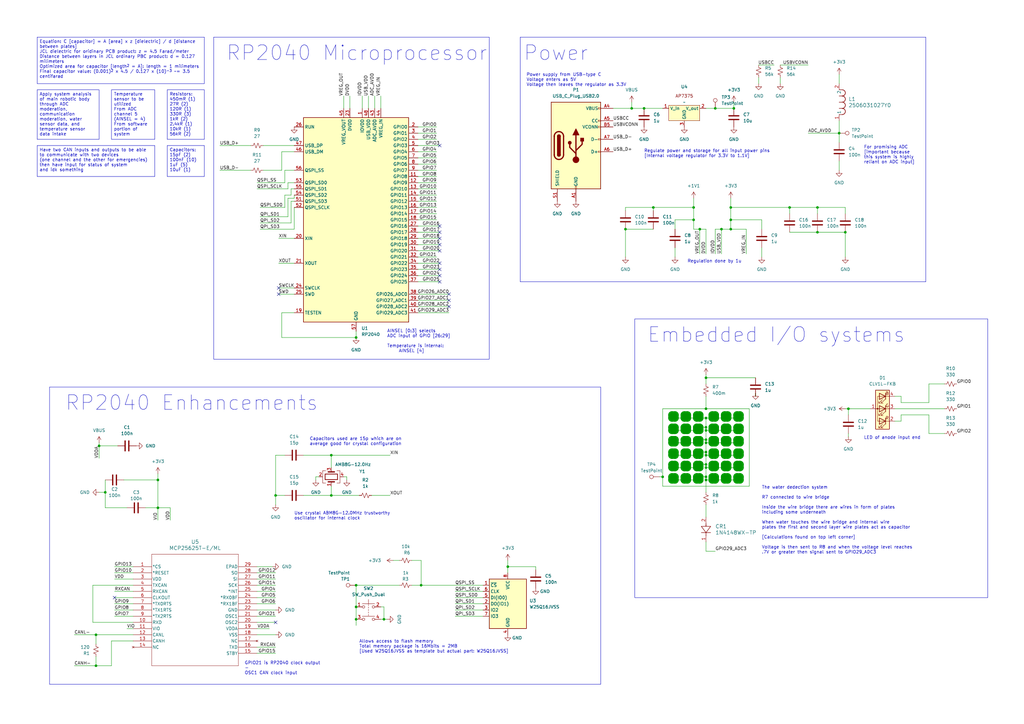
<source format=kicad_sch>
(kicad_sch (version 20230121) (generator eeschema)
  (paper "A3")
  (junction (at 302.26 186.69))
  (junction (at 293.37 44.45))
  (junction (at 281.94 191.77))
  (junction (at 276.86 176.53))
  (junction (at 298.45 196.85))
  (junction (at 292.1 176.53))
  (junction (at 289.56 176.53))
  (junction (at 289.56 154.94))
  (junction (at 276.86 196.85))
  (junction (at 289.56 196.85))
  (junction (at 297.18 196.85))
  (junction (at 276.86 191.77))
  (junction (at 297.18 191.77))
  (junction (at 292.1 171.45))
  (junction (at 293.37 171.45))
  (junction (at 302.26 191.77))
  (junction (at 172.72 240.03))
  (junction (at 289.56 195.58))
  (junction (at 292.1 196.85))
  (junction (at 135.89 186.69))
  (junction (at 281.94 196.85))
  (junction (at 300.99 44.45))
  (junction (at 293.37 176.53))
  (junction (at 146.05 248.92))
  (junction (at 285.75 171.45))
  (junction (at 40.64 182.88))
  (junction (at 64.77 208.28))
  (junction (at 280.67 181.61))
  (junction (at 293.37 196.85))
  (junction (at 297.18 181.61))
  (junction (at 285.75 181.61))
  (junction (at 285.75 191.77))
  (junction (at 302.26 196.85))
  (junction (at 293.37 186.69))
  (junction (at 299.72 85.09))
  (junction (at 287.02 175.26))
  (junction (at 302.26 171.45))
  (junction (at 146.05 240.03))
  (junction (at 284.48 85.09))
  (junction (at 280.67 176.53))
  (junction (at 289.56 191.77))
  (junction (at 146.05 254))
  (junction (at 302.26 181.61))
  (junction (at 295.91 93.98))
  (junction (at 298.45 181.61))
  (junction (at 276.86 186.69))
  (junction (at 347.98 167.64))
  (junction (at 281.94 176.53))
  (junction (at 287.02 185.42))
  (junction (at 285.75 196.85))
  (junction (at 39.37 260.35))
  (junction (at 259.08 44.45))
  (junction (at 298.45 191.77))
  (junction (at 289.56 181.61))
  (junction (at 135.89 203.2))
  (junction (at 285.75 186.69))
  (junction (at 256.54 93.98))
  (junction (at 39.37 273.05))
  (junction (at 208.28 232.41))
  (junction (at 293.37 181.61))
  (junction (at 276.86 181.61))
  (junction (at 293.37 191.77))
  (junction (at 323.85 85.09))
  (junction (at 289.56 185.42))
  (junction (at 289.56 171.45))
  (junction (at 287.02 190.5))
  (junction (at 292.1 181.61))
  (junction (at 297.18 186.69))
  (junction (at 287.02 171.45))
  (junction (at 287.02 195.58))
  (junction (at 298.45 186.69))
  (junction (at 292.1 186.69))
  (junction (at 299.72 93.98))
  (junction (at 287.02 93.98))
  (junction (at 280.67 191.77))
  (junction (at 113.03 203.2))
  (junction (at 289.56 190.5))
  (junction (at 264.16 44.45))
  (junction (at 346.71 95.25))
  (junction (at 344.17 54.61))
  (junction (at 280.67 171.45))
  (junction (at 292.1 191.77))
  (junction (at 298.45 171.45))
  (junction (at 284.48 90.17))
  (junction (at 271.78 195.58))
  (junction (at 289.56 167.64))
  (junction (at 297.18 176.53))
  (junction (at 297.18 171.45))
  (junction (at 267.97 85.09))
  (junction (at 280.67 196.85))
  (junction (at 285.75 176.53))
  (junction (at 157.48 254))
  (junction (at 289.56 175.26))
  (junction (at 289.56 180.34))
  (junction (at 146.05 138.43))
  (junction (at 43.18 201.93))
  (junction (at 281.94 186.69))
  (junction (at 281.94 171.45))
  (junction (at 335.28 95.25))
  (junction (at 298.45 176.53))
  (junction (at 281.94 181.61))
  (junction (at 299.72 90.17))
  (junction (at 276.86 171.45))
  (junction (at 64.77 196.85))
  (junction (at 335.28 85.09))
  (junction (at 289.56 186.69))
  (junction (at 302.26 176.53))
  (junction (at 287.02 180.34))
  (junction (at 280.67 186.69))
  (no_connect (at 180.34 59.69))
  (no_connect (at 180.34 110.49))
  (no_connect (at 180.34 107.95))
  (no_connect (at 180.34 95.25))
  (no_connect (at 180.34 113.03))
  (no_connect (at 184.15 123.19))
  (no_connect (at 180.34 92.71))
  (no_connect (at 180.34 115.57))
  (no_connect (at 46.99 245.11))
  (no_connect (at 114.3 120.65))
  (no_connect (at 113.03 255.27))
  (no_connect (at 180.34 102.87))
  (no_connect (at 180.34 97.79))
  (no_connect (at 180.34 100.33))
  (no_connect (at 184.15 120.65))
  (no_connect (at 184.15 125.73))
  (no_connect (at 114.3 118.11))
  (wire (pts (xy 45.72 273.05) (xy 39.37 273.05)))
  (wire (pts (xy 289.56 181.61) (xy 292.1 181.61)))
  (wire (pts (xy 287.02 181.61) (xy 287.02 180.34)) (stroke (width 3)))
  (wire (pts (xy 275.59 180.34) (xy 276.86 180.34)) (stroke (width 3)))
  (wire (pts (xy 284.48 85.09) (xy 284.48 90.17)))
  (wire (pts (xy 292.1 195.58) (xy 293.37 195.58)) (stroke (width 3)))
  (wire (pts (xy 302.26 175.26) (xy 302.26 176.53)) (stroke (width 3)))
  (wire (pts (xy 186.69 252.73) (xy 198.12 252.73)))
  (wire (pts (xy 46.99 234.95) (xy 54.61 234.95)))
  (wire (pts (xy 289.56 180.34) (xy 289.56 181.61)))
  (wire (pts (xy 299.72 90.17) (xy 299.72 93.98)))
  (wire (pts (xy 171.45 107.95) (xy 180.34 107.95)))
  (wire (pts (xy 171.45 110.49) (xy 180.34 110.49)))
  (wire (pts (xy 289.56 44.45) (xy 293.37 44.45)))
  (wire (pts (xy 267.97 86.36) (xy 267.97 85.09)))
  (wire (pts (xy 280.67 186.69) (xy 281.94 186.69)) (stroke (width 3)))
  (wire (pts (xy 135.89 203.2) (xy 147.32 203.2)))
  (wire (pts (xy 140.97 195.58) (xy 142.24 195.58)))
  (wire (pts (xy 297.18 185.42) (xy 297.18 186.69)) (stroke (width 3)))
  (wire (pts (xy 320.04 26.67) (xy 331.47 26.67)))
  (wire (pts (xy 171.45 54.61) (xy 179.07 54.61)))
  (wire (pts (xy 298.45 186.69) (xy 298.45 185.42)) (stroke (width 3)))
  (wire (pts (xy 180.34 113.03) (xy 171.45 113.03)))
  (wire (pts (xy 281.94 181.61) (xy 281.94 180.34)) (stroke (width 3)))
  (wire (pts (xy 287.02 185.42) (xy 289.56 185.42)))
  (wire (pts (xy 208.28 232.41) (xy 208.28 234.95)))
  (wire (pts (xy 107.95 69.85) (xy 115.57 69.85)))
  (wire (pts (xy 157.48 254) (xy 156.21 254)))
  (wire (pts (xy 275.59 175.26) (xy 275.59 176.53)) (stroke (width 3)))
  (wire (pts (xy 118.11 81.28) (xy 118.11 88.9)))
  (wire (pts (xy 292.1 195.58) (xy 292.1 196.85)) (stroke (width 3)))
  (wire (pts (xy 297.18 185.42) (xy 298.45 185.42)) (stroke (width 3)))
  (wire (pts (xy 303.53 186.69) (xy 303.53 185.42)) (stroke (width 3)))
  (wire (pts (xy 285.75 185.42) (xy 285.75 186.69)) (stroke (width 3)))
  (wire (pts (xy 293.37 171.45) (xy 297.18 171.45)))
  (wire (pts (xy 280.67 170.18) (xy 280.67 171.45)) (stroke (width 3)))
  (wire (pts (xy 256.54 85.09) (xy 267.97 85.09)))
  (wire (pts (xy 256.54 86.36) (xy 256.54 85.09)))
  (wire (pts (xy 297.18 176.53) (xy 298.45 176.53)) (stroke (width 3)))
  (wire (pts (xy 280.67 181.61) (xy 281.94 181.61)) (stroke (width 3)))
  (wire (pts (xy 369.57 165.1) (xy 381 165.1)))
  (wire (pts (xy 302.26 196.85) (xy 303.53 196.85)) (stroke (width 3)))
  (wire (pts (xy 381 170.18) (xy 381 177.8)))
  (wire (pts (xy 208.28 229.87) (xy 208.28 232.41)))
  (wire (pts (xy 302.26 180.34) (xy 302.26 181.61)) (stroke (width 3)))
  (wire (pts (xy 302.26 195.58) (xy 302.26 196.85)) (stroke (width 3)))
  (wire (pts (xy 281.94 171.45) (xy 281.94 170.18)) (stroke (width 3)))
  (wire (pts (xy 285.75 176.53) (xy 287.02 176.53)) (stroke (width 3)))
  (wire (pts (xy 171.45 52.07) (xy 179.07 52.07)))
  (wire (pts (xy 285.75 175.26) (xy 287.02 175.26)) (stroke (width 3)))
  (wire (pts (xy 281.94 171.45) (xy 285.75 171.45)))
  (wire (pts (xy 292.1 190.5) (xy 292.1 191.77)) (stroke (width 3)))
  (wire (pts (xy 156.21 39.37) (xy 156.21 44.45)))
  (wire (pts (xy 306.07 93.98) (xy 306.07 104.14)))
  (wire (pts (xy 292.1 185.42) (xy 293.37 185.42)) (stroke (width 3)))
  (wire (pts (xy 271.78 167.64) (xy 289.56 167.64)))
  (wire (pts (xy 292.1 170.18) (xy 292.1 171.45)) (stroke (width 3)))
  (wire (pts (xy 367.03 167.64) (xy 387.35 167.64)))
  (wire (pts (xy 59.69 208.28) (xy 64.77 208.28)))
  (wire (pts (xy 171.45 102.87) (xy 180.34 102.87)))
  (wire (pts (xy 346.71 167.64) (xy 347.98 167.64)))
  (wire (pts (xy 297.18 186.69) (xy 298.45 186.69)) (stroke (width 3)))
  (wire (pts (xy 276.86 90.17) (xy 284.48 90.17)))
  (wire (pts (xy 292.1 176.53) (xy 293.37 176.53)) (stroke (width 3)))
  (wire (pts (xy 281.94 176.53) (xy 285.75 176.53)))
  (wire (pts (xy 107.95 59.69) (xy 120.65 59.69)))
  (wire (pts (xy 344.17 54.61) (xy 344.17 58.42)))
  (wire (pts (xy 289.56 176.53) (xy 292.1 176.53)))
  (wire (pts (xy 298.45 191.77) (xy 302.26 191.77)))
  (wire (pts (xy 271.78 167.64) (xy 271.78 195.58)))
  (wire (pts (xy 114.3 107.95) (xy 120.65 107.95)))
  (wire (pts (xy 284.48 90.17) (xy 284.48 93.98)))
  (wire (pts (xy 292.1 186.69) (xy 293.37 186.69)) (stroke (width 3)))
  (wire (pts (xy 285.75 186.69) (xy 287.02 186.69)) (stroke (width 3)))
  (wire (pts (xy 113.03 242.57) (xy 105.41 242.57)))
  (wire (pts (xy 292.1 180.34) (xy 293.37 180.34)) (stroke (width 3)))
  (wire (pts (xy 285.75 171.45) (xy 287.02 171.45)) (stroke (width 3)))
  (wire (pts (xy 45.72 273.05) (xy 45.72 262.89)))
  (wire (pts (xy 292.1 190.5) (xy 293.37 190.5)) (stroke (width 3)))
  (wire (pts (xy 119.38 80.01) (xy 116.84 80.01)))
  (wire (pts (xy 179.07 69.85) (xy 171.45 69.85)))
  (wire (pts (xy 171.45 120.65) (xy 184.15 120.65)))
  (wire (pts (xy 124.46 203.2) (xy 135.89 203.2)))
  (wire (pts (xy 287.02 195.58) (xy 289.56 195.58)))
  (wire (pts (xy 271.78 199.39) (xy 307.34 199.39)))
  (wire (pts (xy 367.03 172.72) (xy 369.57 172.72)))
  (wire (pts (xy 179.07 82.55) (xy 171.45 82.55)))
  (wire (pts (xy 347.98 177.8) (xy 347.98 179.07)))
  (wire (pts (xy 289.56 162.56) (xy 289.56 167.64)))
  (wire (pts (xy 297.18 195.58) (xy 298.45 195.58)) (stroke (width 3)))
  (wire (pts (xy 289.56 191.77) (xy 289.56 195.58)))
  (wire (pts (xy 114.3 120.65) (xy 120.65 120.65)))
  (wire (pts (xy 113.03 255.27) (xy 105.41 255.27)))
  (wire (pts (xy 292.1 180.34) (xy 292.1 181.61)) (stroke (width 3)))
  (wire (pts (xy 179.07 74.93) (xy 171.45 74.93)))
  (wire (pts (xy 113.03 252.73) (xy 105.41 252.73)))
  (wire (pts (xy 298.45 181.61) (xy 302.26 181.61)))
  (wire (pts (xy 116.84 85.09) (xy 106.68 85.09)))
  (wire (pts (xy 289.56 153.67) (xy 289.56 154.94)))
  (wire (pts (xy 323.85 95.25) (xy 335.28 95.25)))
  (wire (pts (xy 116.84 186.69) (xy 113.03 186.69)))
  (wire (pts (xy 179.07 72.39) (xy 171.45 72.39)))
  (wire (pts (xy 307.34 199.39) (xy 307.34 167.64)))
  (wire (pts (xy 285.75 190.5) (xy 287.02 190.5)) (stroke (width 3)))
  (wire (pts (xy 43.18 201.93) (xy 43.18 208.28)))
  (wire (pts (xy 285.75 175.26) (xy 285.75 176.53)) (stroke (width 3)))
  (wire (pts (xy 297.18 170.18) (xy 298.45 170.18)) (stroke (width 3)))
  (wire (pts (xy 113.03 245.11) (xy 105.41 245.11)))
  (wire (pts (xy 275.59 185.42) (xy 276.86 185.42)) (stroke (width 3)))
  (wire (pts (xy 302.26 195.58) (xy 303.53 195.58)) (stroke (width 3)))
  (wire (pts (xy 309.88 162.56) (xy 309.88 161.29)))
  (wire (pts (xy 113.03 234.95) (xy 105.41 234.95)))
  (wire (pts (xy 256.54 93.98) (xy 267.97 93.98)))
  (wire (pts (xy 38.1 255.27) (xy 54.61 255.27)))
  (wire (pts (xy 179.07 80.01) (xy 171.45 80.01)))
  (wire (pts (xy 292.1 191.77) (xy 293.37 191.77)) (stroke (width 3)))
  (wire (pts (xy 280.67 170.18) (xy 281.94 170.18)) (stroke (width 3)))
  (wire (pts (xy 40.64 181.61) (xy 40.64 182.88)))
  (wire (pts (xy 367.03 162.56) (xy 369.57 162.56)))
  (wire (pts (xy 171.45 92.71) (xy 180.34 92.71)))
  (wire (pts (xy 168.91 240.03) (xy 172.72 240.03)))
  (wire (pts (xy 46.99 250.19) (xy 54.61 250.19)))
  (wire (pts (xy 292.1 185.42) (xy 292.1 186.69)) (stroke (width 3)))
  (wire (pts (xy 275.59 171.45) (xy 276.86 171.45)) (stroke (width 3)))
  (wire (pts (xy 186.69 247.65) (xy 198.12 247.65)))
  (wire (pts (xy 293.37 186.69) (xy 297.18 186.69)))
  (wire (pts (xy 369.57 170.18) (xy 381 170.18)))
  (wire (pts (xy 256.54 93.98) (xy 256.54 105.41)))
  (wire (pts (xy 303.53 181.61) (xy 303.53 180.34)) (stroke (width 3)))
  (wire (pts (xy 120.65 85.09) (xy 120.65 93.98)))
  (wire (pts (xy 186.69 250.19) (xy 198.12 250.19)))
  (wire (pts (xy 297.18 190.5) (xy 298.45 190.5)) (stroke (width 3)))
  (wire (pts (xy 381 165.1) (xy 381 157.48)))
  (wire (pts (xy 287.02 175.26) (xy 289.56 175.26)))
  (wire (pts (xy 40.64 182.88) (xy 40.64 187.96)))
  (wire (pts (xy 289.56 196.85) (xy 289.56 201.93)))
  (wire (pts (xy 179.07 90.17) (xy 171.45 90.17)))
  (wire (pts (xy 275.59 180.34) (xy 275.59 181.61)) (stroke (width 3)))
  (wire (pts (xy 180.34 115.57) (xy 171.45 115.57)))
  (wire (pts (xy 179.07 57.15) (xy 171.45 57.15)))
  (wire (pts (xy 335.28 85.09) (xy 335.28 87.63)))
  (wire (pts (xy 281.94 181.61) (xy 285.75 181.61)))
  (wire (pts (xy 276.86 191.77) (xy 280.67 191.77)))
  (wire (pts (xy 299.72 85.09) (xy 323.85 85.09)))
  (wire (pts (xy 297.18 180.34) (xy 297.18 181.61)) (stroke (width 3)))
  (wire (pts (xy 297.18 171.45) (xy 298.45 171.45)) (stroke (width 3)))
  (wire (pts (xy 50.8 196.85) (xy 64.77 196.85)))
  (wire (pts (xy 146.05 240.03) (xy 146.05 248.92)))
  (wire (pts (xy 276.86 176.53) (xy 280.67 176.53)))
  (wire (pts (xy 289.56 176.53) (xy 289.56 180.34)))
  (wire (pts (xy 285.75 190.5) (xy 285.75 191.77)) (stroke (width 3)))
  (wire (pts (xy 292.1 175.26) (xy 292.1 176.53)) (stroke (width 3)))
  (wire (pts (xy 161.29 229.87) (xy 163.83 229.87)))
  (wire (pts (xy 90.17 59.69) (xy 102.87 59.69)))
  (wire (pts (xy 347.98 167.64) (xy 356.87 167.64)))
  (wire (pts (xy 293.37 176.53) (xy 293.37 175.26)) (stroke (width 3)))
  (wire (pts (xy 118.11 77.47) (xy 105.41 77.47)))
  (wire (pts (xy 43.18 196.85) (xy 43.18 201.93)))
  (wire (pts (xy 289.56 191.77) (xy 292.1 191.77)))
  (wire (pts (xy 276.86 196.85) (xy 280.67 196.85)))
  (wire (pts (xy 267.97 85.09) (xy 284.48 85.09)))
  (wire (pts (xy 129.54 195.58) (xy 129.54 196.85)))
  (wire (pts (xy 157.48 254) (xy 157.48 248.92)))
  (wire (pts (xy 297.18 181.61) (xy 298.45 181.61)) (stroke (width 3)))
  (wire (pts (xy 285.75 181.61) (xy 287.02 181.61)) (stroke (width 3)))
  (wire (pts (xy 271.78 195.58) (xy 271.78 199.39)))
  (wire (pts (xy 289.56 186.69) (xy 292.1 186.69)))
  (wire (pts (xy 111.76 232.41) (xy 105.41 232.41)))
  (wire (pts (xy 116.84 80.01) (xy 116.84 85.09)))
  (wire (pts (xy 39.37 260.35) (xy 30.48 260.35)))
  (wire (pts (xy 303.53 171.45) (xy 303.53 170.18)) (stroke (width 3)))
  (wire (pts (xy 259.08 44.45) (xy 264.16 44.45)))
  (wire (pts (xy 344.17 30.48) (xy 344.17 34.29)))
  (wire (pts (xy 280.67 185.42) (xy 280.67 186.69)) (stroke (width 3)))
  (wire (pts (xy 39.37 273.05) (xy 30.48 273.05)))
  (wire (pts (xy 302.26 185.42) (xy 302.26 186.69)) (stroke (width 3)))
  (wire (pts (xy 64.77 208.28) (xy 69.85 208.28)))
  (wire (pts (xy 113.03 250.19) (xy 105.41 250.19)))
  (wire (pts (xy 292.1 181.61) (xy 293.37 181.61)) (stroke (width 3)))
  (wire (pts (xy 293.37 196.85) (xy 293.37 195.58)) (stroke (width 3)))
  (wire (pts (xy 179.07 77.47) (xy 171.45 77.47)))
  (wire (pts (xy 287.02 176.53) (xy 287.02 175.26)) (stroke (width 3)))
  (wire (pts (xy 300.99 41.91) (xy 300.99 44.45)))
  (wire (pts (xy 276.86 191.77) (xy 276.86 190.5)) (stroke (width 3)))
  (wire (pts (xy 297.18 175.26) (xy 298.45 175.26)) (stroke (width 3)))
  (wire (pts (xy 153.67 39.37) (xy 153.67 44.45)))
  (wire (pts (xy 276.86 101.6) (xy 276.86 105.41)))
  (wire (pts (xy 280.67 175.26) (xy 280.67 176.53)) (stroke (width 3)))
  (wire (pts (xy 287.02 186.69) (xy 287.02 185.42)) (stroke (width 3)))
  (wire (pts (xy 64.77 194.31) (xy 64.77 196.85)))
  (wire (pts (xy 276.86 176.53) (xy 276.86 175.26)) (stroke (width 3)))
  (wire (pts (xy 298.45 171.45) (xy 302.26 171.45)))
  (wire (pts (xy 275.59 176.53) (xy 276.86 176.53)) (stroke (width 3)))
  (wire (pts (xy 302.26 191.77) (xy 303.53 191.77)) (stroke (width 3)))
  (wire (pts (xy 113.03 265.43) (xy 105.41 265.43)))
  (wire (pts (xy 303.53 196.85) (xy 303.53 195.58)) (stroke (width 3)))
  (wire (pts (xy 64.77 208.28) (xy 64.77 213.36)))
  (wire (pts (xy 106.68 93.98) (xy 120.65 93.98)))
  (wire (pts (xy 285.75 195.58) (xy 287.02 195.58)) (stroke (width 3)))
  (wire (pts (xy 347.98 167.64) (xy 347.98 170.18)))
  (wire (pts (xy 280.67 195.58) (xy 280.67 196.85)) (stroke (width 3)))
  (wire (pts (xy 275.59 195.58) (xy 276.86 195.58)) (stroke (width 3)))
  (wire (pts (xy 369.57 165.1) (xy 369.57 162.56)))
  (wire (pts (xy 275.59 181.61) (xy 276.86 181.61)) (stroke (width 3)))
  (wire (pts (xy 118.11 74.93) (xy 118.11 77.47)))
  (wire (pts (xy 179.07 87.63) (xy 171.45 87.63)))
  (wire (pts (xy 120.65 62.23) (xy 115.57 62.23)))
  (wire (pts (xy 297.18 196.85) (xy 298.45 196.85)) (stroke (width 3)))
  (wire (pts (xy 299.72 90.17) (xy 312.42 90.17)))
  (wire (pts (xy 43.18 208.28) (xy 52.07 208.28)))
  (wire (pts (xy 39.37 260.35) (xy 39.37 264.16)))
  (wire (pts (xy 299.72 93.98) (xy 306.07 93.98)))
  (wire (pts (xy 285.75 180.34) (xy 287.02 180.34)) (stroke (width 3)))
  (wire (pts (xy 105.41 257.81) (xy 110.49 257.81)))
  (wire (pts (xy 146.05 248.92) (xy 146.05 254)))
  (wire (pts (xy 289.56 222.25) (xy 289.56 226.06)))
  (wire (pts (xy 287.02 171.45) (xy 287.02 170.18)) (stroke (width 3)))
  (wire (pts (xy 302.26 186.69) (xy 303.53 186.69)) (stroke (width 3)))
  (wire (pts (xy 113.03 247.65) (xy 105.41 247.65)))
  (wire (pts (xy 331.47 54.61) (xy 344.17 54.61)))
  (wire (pts (xy 346.71 85.09) (xy 346.71 87.63)))
  (wire (pts (xy 140.97 39.37) (xy 140.97 44.45)))
  (wire (pts (xy 381 177.8) (xy 387.35 177.8)))
  (wire (pts (xy 293.37 181.61) (xy 297.18 181.61)))
  (wire (pts (xy 276.86 186.69) (xy 276.86 185.42)) (stroke (width 3)))
  (wire (pts (xy 48.26 182.88) (xy 40.64 182.88)))
  (wire (pts (xy 219.71 232.41) (xy 219.71 233.68)))
  (wire (pts (xy 186.69 245.11) (xy 198.12 245.11)))
  (wire (pts (xy 158.75 254) (xy 157.48 254)))
  (wire (pts (xy 152.4 203.2) (xy 160.02 203.2)))
  (wire (pts (xy 311.15 26.67) (xy 317.5 26.67)))
  (wire (pts (xy 119.38 82.55) (xy 119.38 91.44)))
  (wire (pts (xy 271.78 195.58) (xy 270.51 195.58)))
  (wire (pts (xy 119.38 77.47) (xy 119.38 80.01)))
  (wire (pts (xy 289.56 167.64) (xy 307.34 167.64)))
  (wire (pts (xy 113.03 186.69) (xy 113.03 203.2)))
  (wire (pts (xy 287.02 180.34) (xy 289.56 180.34)))
  (wire (pts (xy 146.05 135.89) (xy 146.05 138.43)))
  (wire (pts (xy 289.56 186.69) (xy 289.56 190.5)))
  (wire (pts (xy 113.03 267.97) (xy 105.41 267.97)))
  (wire (pts (xy 323.85 85.09) (xy 323.85 87.63)))
  (wire (pts (xy 146.05 138.43) (xy 115.57 138.43)))
  (wire (pts (xy 289.56 171.45) (xy 292.1 171.45)))
  (wire (pts (xy 275.59 190.5) (xy 275.59 191.77)) (stroke (width 3)))
  (wire (pts (xy 115.57 128.27) (xy 120.65 128.27)))
  (wire (pts (xy 280.67 190.5) (xy 280.67 191.77)) (stroke (width 3)))
  (wire (pts (xy 179.07 105.41) (xy 171.45 105.41)))
  (wire (pts (xy 281.94 176.53) (xy 281.94 175.26)) (stroke (width 3)))
  (wire (pts (xy 120.65 69.85) (xy 116.84 69.85)))
  (wire (pts (xy 172.72 240.03) (xy 172.72 229.87)))
  (wire (pts (xy 172.72 229.87) (xy 168.91 229.87)))
  (wire (pts (xy 264.16 44.45) (xy 271.78 44.45)))
  (wire (pts (xy 280.67 195.58) (xy 281.94 195.58)) (stroke (width 3)))
  (wire (pts (xy 135.89 199.39) (xy 135.89 203.2)))
  (wire (pts (xy 280.67 180.34) (xy 280.67 181.61)) (stroke (width 3)))
  (wire (pts (xy 113.03 240.03) (xy 105.41 240.03)))
  (wire (pts (xy 297.18 170.18) (xy 297.18 171.45)) (stroke (width 3)))
  (wire (pts (xy 292.1 196.85) (xy 293.37 196.85)) (stroke (width 3)))
  (wire (pts (xy 289.56 181.61) (xy 289.56 185.42)))
  (wire (pts (xy 293.37 186.69) (xy 293.37 185.42)) (stroke (width 3)))
  (wire (pts (xy 116.84 74.93) (xy 105.41 74.93)))
  (wire (pts (xy 115.57 138.43) (xy 115.57 128.27)))
  (wire (pts (xy 346.71 95.25) (xy 346.71 105.41)))
  (wire (pts (xy 303.53 176.53) (xy 303.53 175.26)) (stroke (width 3)))
  (wire (pts (xy 275.59 170.18) (xy 276.86 170.18)) (stroke (width 3)))
  (wire (pts (xy 52.07 257.81) (xy 54.61 257.81)))
  (wire (pts (xy 148.59 39.37) (xy 148.59 44.45)))
  (wire (pts (xy 302.26 190.5) (xy 302.26 191.77)) (stroke (width 3)))
  (wire (pts (xy 46.99 242.57) (xy 54.61 242.57)))
  (wire (pts (xy 276.86 196.85) (xy 276.86 195.58)) (stroke (width 3)))
  (wire (pts (xy 38.1 240.03) (xy 54.61 240.03)))
  (wire (pts (xy 179.07 67.31) (xy 171.45 67.31)))
  (wire (pts (xy 113.03 203.2) (xy 116.84 203.2)))
  (wire (pts (xy 284.48 81.28) (xy 284.48 85.09)))
  (wire (pts (xy 302.26 180.34) (xy 303.53 180.34)) (stroke (width 3)))
  (wire (pts (xy 113.03 260.35) (xy 105.41 260.35)))
  (wire (pts (xy 293.37 181.61) (xy 293.37 180.34)) (stroke (width 3)))
  (wire (pts (xy 46.99 232.41) (xy 54.61 232.41)))
  (wire (pts (xy 106.68 88.9) (xy 118.11 88.9)))
  (wire (pts (xy 275.59 195.58) (xy 275.59 196.85)) (stroke (width 3)))
  (wire (pts (xy 46.99 247.65) (xy 54.61 247.65)))
  (wire (pts (xy 172.72 240.03) (xy 198.12 240.03)))
  (wire (pts (xy 298.45 181.61) (xy 298.45 180.34)) (stroke (width 3)))
  (wire (pts (xy 280.67 176.53) (xy 281.94 176.53)) (stroke (width 3)))
  (wire (pts (xy 151.13 39.37) (xy 151.13 44.45)))
  (wire (pts (xy 280.67 185.42) (xy 281.94 185.42)) (stroke (width 3)))
  (wire (pts (xy 289.56 175.26) (xy 289.56 176.53)))
  (wire (pts (xy 287.02 196.85) (xy 287.02 195.58)) (stroke (width 3)))
  (wire (pts (xy 143.51 39.37) (xy 143.51 44.45)))
  (wire (pts (xy 297.18 195.58) (xy 297.18 196.85)) (stroke (width 3)))
  (wire (pts (xy 38.1 255.27) (xy 38.1 240.03)))
  (wire (pts (xy 275.59 185.42) (xy 275.59 186.69)) (stroke (width 3)))
  (wire (pts (xy 116.84 69.85) (xy 116.84 74.93)))
  (wire (pts (xy 156.21 248.92) (xy 157.48 248.92)))
  (wire (pts (xy 298.45 176.53) (xy 302.26 176.53)))
  (wire (pts (xy 293.37 176.53) (xy 297.18 176.53)))
  (wire (pts (xy 39.37 273.05) (xy 39.37 269.24)))
  (wire (pts (xy 120.65 82.55) (xy 119.38 82.55)))
  (wire (pts (xy 302.26 185.42) (xy 303.53 185.42)) (stroke (width 3)))
  (wire (pts (xy 323.85 85.09) (xy 335.28 85.09)))
  (wire (pts (xy 276.86 171.45) (xy 276.86 170.18)) (stroke (width 3)))
  (wire (pts (xy 146.05 240.03) (xy 163.83 240.03)))
  (wire (pts (xy 292.1 171.45) (xy 293.37 171.45)) (stroke (width 3)))
  (wire (pts (xy 281.94 191.77) (xy 285.75 191.77)))
  (wire (pts (xy 171.45 123.19) (xy 184.15 123.19)))
  (wire (pts (xy 311.15 31.75) (xy 311.15 34.29)))
  (wire (pts (xy 39.37 260.35) (xy 54.61 260.35)))
  (wire (pts (xy 45.72 262.89) (xy 54.61 262.89)))
  (wire (pts (xy 46.99 237.49) (xy 54.61 237.49)))
  (wire (pts (xy 289.56 226.06) (xy 293.37 226.06)))
  (wire (pts (xy 285.75 185.42) (xy 287.02 185.42)) (stroke (width 3)))
  (wire (pts (xy 297.18 175.26) (xy 297.18 176.53)) (stroke (width 3)))
  (wire (pts (xy 369.57 170.18) (xy 369.57 172.72)))
  (wire (pts (xy 120.65 81.28) (xy 118.11 81.28)))
  (wire (pts (xy 292.1 175.26) (xy 293.37 175.26)) (stroke (width 3)))
  (wire (pts (xy 285.75 195.58) (xy 285.75 196.85)) (stroke (width 3)))
  (wire (pts (xy 312.42 93.98) (xy 312.42 90.17)))
  (wire (pts (xy 293.37 171.45) (xy 293.37 170.18)) (stroke (width 3)))
  (wire (pts (xy 64.77 196.85) (xy 64.77 208.28)))
  (wire (pts (xy 287.02 171.45) (xy 289.56 171.45)))
  (wire (pts (xy 298.45 186.69) (xy 302.26 186.69)))
  (wire (pts (xy 280.67 180.34) (xy 281.94 180.34)) (stroke (width 3)))
  (wire (pts (xy 114.3 118.11) (xy 120.65 118.11)))
  (wire (pts (xy 142.24 196.85) (xy 142.24 195.58)))
  (wire (pts (xy 208.28 232.41) (xy 219.71 232.41)))
  (wire (pts (xy 276.86 181.61) (xy 276.86 180.34)) (stroke (width 3)))
  (wire (pts (xy 298.45 171.45) (xy 298.45 170.18)) (stroke (width 3)))
  (wire (pts (xy 320.04 31.75) (xy 320.04 34.29)))
  (wire (pts (xy 287.02 190.5) (xy 289.56 190.5)))
  (wire (pts (xy 287.02 93.98) (xy 284.48 93.98)))
  (wire (pts (xy 113.03 237.49) (xy 105.41 237.49)))
  (wire (pts (xy 275.59 175.26) (xy 276.86 175.26)) (stroke (width 3)))
  (wire (pts (xy 135.89 186.69) (xy 160.02 186.69)))
  (wire (pts (xy 302.26 175.26) (xy 303.53 175.26)) (stroke (width 3)))
  (wire (pts (xy 179.07 62.23) (xy 171.45 62.23)))
  (wire (pts (xy 120.65 74.93) (xy 118.11 74.93)))
  (wire (pts (xy 289.56 171.45) (xy 289.56 175.26)))
  (wire (pts (xy 171.45 100.33) (xy 180.34 100.33)))
  (wire (pts (xy 298.45 176.53) (xy 298.45 175.26)) (stroke (width 3)))
  (wire (pts (xy 381 157.48) (xy 387.35 157.48)))
  (wire (pts (xy 120.65 77.47) (xy 119.38 77.47)))
  (wire (pts (xy 186.69 242.57) (xy 198.12 242.57)))
  (wire (pts (xy 287.02 191.77) (xy 287.02 190.5)) (stroke (width 3)))
  (wire (pts (xy 275.59 191.77) (xy 276.86 191.77)) (stroke (width 3)))
  (wire (pts (xy 106.68 91.44) (xy 119.38 91.44)))
  (wire (pts (xy 280.67 190.5) (xy 281.94 190.5)) (stroke (width 3)))
  (wire (pts (xy 295.91 93.98) (xy 295.91 104.14)))
  (wire (pts (xy 285.75 196.85) (xy 287.02 196.85)) (stroke (width 3)))
  (wire (pts (xy 46.99 252.73) (xy 54.61 252.73)))
  (wire (pts (xy 69.85 208.28) (xy 69.85 213.36)))
  (wire (pts (xy 298.45 191.77) (xy 298.45 190.5)) (stroke (width 3)))
  (wire (pts (xy 289.56 93.98) (xy 289.56 104.14)))
  (wire (pts (xy 135.89 186.69) (xy 135.89 191.77)))
  (wire (pts (xy 276.86 181.61) (xy 280.67 181.61)))
  (wire (pts (xy 302.26 170.18) (xy 303.53 170.18)) (stroke (width 3)))
  (wire (pts (xy 281.94 196.85) (xy 285.75 196.85)))
  (wire (pts (xy 298.45 196.85) (xy 302.26 196.85)))
  (wire (pts (xy 289.56 196.85) (xy 292.1 196.85)))
  (wire (pts (xy 280.67 191.77) (xy 281.94 191.77)) (stroke (width 3)))
  (wire (pts (xy 299.72 81.28) (xy 299.72 85.09)))
  (wire (pts (xy 289.56 157.48) (xy 289.56 154.94)))
  (wire (pts (xy 293.37 93.98) (xy 293.37 104.14)))
  (wire (pts (xy 285.75 180.34) (xy 285.75 181.61)) (stroke (width 3)))
  (wire (pts (xy 297.18 190.5) (xy 297.18 191.77)) (stroke (width 3)))
  (wire (pts (xy 113.03 203.2) (xy 113.03 207.01)))
  (wire (pts (xy 302.26 176.53) (xy 303.53 176.53)) (stroke (width 3)))
  (wire (pts (xy 124.46 186.69) (xy 135.89 186.69)))
  (wire (pts (xy 251.46 44.45) (xy 259.08 44.45)))
  (wire (pts (xy 146.05 254) (xy 146.05 256.54)))
  (wire (pts (xy 302.26 171.45) (xy 303.53 171.45)) (stroke (width 3)))
  (wire (pts (xy 120.65 80.01) (xy 120.65 81.28)))
  (wire (pts (xy 114.3 97.79) (xy 120.65 97.79)))
  (wire (pts (xy 335.28 85.09) (xy 346.71 85.09)))
  (wire (pts (xy 302.26 170.18) (xy 302.26 171.45)) (stroke (width 3)))
  (wire (pts (xy 184.15 128.27) (xy 171.45 128.27)))
  (wire (pts (xy 275.59 186.69) (xy 276.86 186.69)) (stroke (width 3)))
  (wire (pts (xy 275.59 170.18) (xy 275.59 171.45)) (stroke (width 3)))
  (wire (pts (xy 293.37 191.77) (xy 293.37 190.5)) (stroke (width 3)))
  (wire (pts (xy 280.67 196.85) (xy 281.94 196.85)) (stroke (width 3)))
  (wire (pts (xy 295.91 93.98) (xy 293.37 93.98)))
  (wire (pts (xy 281.94 196.85) (xy 281.94 195.58)) (stroke (width 3)))
  (wire (pts (xy 130.81 195.58) (xy 129.54 195.58)))
  (wire (pts (xy 180.34 95.25) (xy 171.45 95.25)))
  (wire (pts (xy 179.07 64.77) (xy 171.45 64.77)))
  (wire (pts (xy 285.75 170.18) (xy 285.75 171.45)) (stroke (width 3)))
  (wire (pts (xy 281.94 186.69) (xy 281.94 185.42)) (stroke (width 3)))
  (wire (pts (xy 297.18 191.77) (xy 298.45 191.77)) (stroke (width 3)))
  (wire (pts (xy 293.37 44.45) (xy 300.99 44.45)))
  (wire (pts (xy 344.17 49.53) (xy 344.17 54.61)))
  (wire (pts (xy 299.72 93.98) (xy 295.91 93.98)))
  (wire (pts (xy 40.64 201.93) (xy 43.18 201.93)))
  (wire (pts (xy 171.45 125.73) (xy 184.15 125.73)))
  (wire (pts (xy 297.18 180.34) (xy 298.45 180.34)) (stroke (width 3)))
  (wire (pts (xy 115.57 62.23) (xy 115.57 69.85)))
  (wire (pts (xy 299.72 85.09) (xy 299.72 90.17)))
  (wire (pts (xy 287.02 93.98) (xy 289.56 93.98)))
  (wire (pts (xy 292.1 170.18) (xy 293.37 170.18)) (stroke (width 3)))
  (wire (pts (xy 276.86 93.98) (xy 276.86 90.17)))
  (wire (pts (xy 298.45 196.85) (xy 298.45 195.58)) (stroke (width 3)))
  (wire (pts (xy 335.28 95.25) (xy 346.71 95.25)))
  (wire (pts (xy 90.17 69.85) (xy 102.87 69.85)))
  (wire (pts (xy 179.07 85.09) (xy 171.45 85.09)))
  (wire (pts (xy 171.45 97.79) (xy 180.34 97.79)))
  (wire (pts (xy 285.75 170.18) (xy 287.02 170.18)) (stroke (width 3)))
  (wire (pts (xy 276.86 186.69) (xy 280.67 186.69)))
  (wire (pts (xy 281.94 186.69) (xy 285.75 186.69)))
  (wire (pts (xy 276.86 171.45) (xy 280.67 171.45)))
  (wire (pts (xy 46.99 245.11) (xy 54.61 245.11)))
  (wire (pts (xy 303.53 191.77) (xy 303.53 190.5)) (stroke (width 3)))
  (wire (pts (xy 289.56 154.94) (xy 309.88 154.94)))
  (wire (pts (xy 302.26 190.5) (xy 303.53 190.5)) (stroke (width 3)))
  (wire (pts (xy 259.08 44.45) (xy 259.08 41.91)))
  (wire (pts (xy 289.56 190.5) (xy 289.56 191.77)))
  (wire (pts (xy 280.67 175.26) (xy 281.94 175.26)) (stroke (width 3)))
  (wire (pts (xy 275.59 196.85) (xy 276.86 196.85)) (stroke (width 3)))
  (wire (pts (xy 280.67 171.45) (xy 281.94 171.45)) (stroke (width 3)))
  (wire (pts (xy 285.75 191.77) (xy 287.02 191.77)) (stroke (width 3)))
  (wire (pts (xy 293.37 191.77) (xy 297.18 191.77)))
  (wire (pts (xy 289.56 207.01) (xy 289.56 212.09)))
  (wire (pts (xy 344.17 66.04) (xy 344.17 69.85)))
  (wire (pts (xy 289.56 195.58) (xy 289.56 196.85)))
  (wire (pts (xy 275.59 190.5) (xy 276.86 190.5)) (stroke (width 3)))
  (wire (pts (xy 312.42 101.6) (xy 312.42 105.41)))
  (wire (pts (xy 171.45 59.69) (xy 180.34 59.69)))
  (wire (pts (xy 281.94 191.77) (xy 281.94 190.5)) (stroke (width 3)))
  (wire (pts (xy 293.37 196.85) (xy 297.18 196.85)))
  (wire (pts (xy 287.02 93.98) (xy 287.02 104.14)))
  (wire (pts (xy 289.56 185.42) (xy 289.56 186.69)))
  (wire (pts (xy 302.26 181.61) (xy 303.53 181.61)) (stroke (width 3)))
  (rectangle (start 260.35 130.81) (end 405.13 245.11))
  (rectangle (start 20.32 158.75) (end 246.38 280.67))
  (rectangle (start 213.36 15.24) (end 379.73 115.57))
  (rectangle (start 87.63 15.24) (end 200.66 147.32))
  (text_box "Capacitors:\n15pF (2)\n100nF (10)\n1uF (5)\n10uF (1)" (at 68.58 59.69 0) (size 15.24 12.7) (effects (font (size 1.27 1.27)) (justify left top)))
  (text_box "Equation: C [capacitor] = A [area] x z [dielectric] / d [distance between plates]\nJCL dielectric for oridinary PCB product: z = 4.5 Farad/meter\nDistance between layers in JCL ordinary PBC product: d = 0.127 milimeters\nOptimized area for capacitor [length^{2} = A]: length = 1 milimeters\nFinal capacitor value: (0.001)^{2} x 4.5 / 0.127 x (10)^{-3} ~= 3.5 centifarad\n\n" (at 15.24 15.24 0) (size 68.58 19.05) (effects (font (size 1.27 1.27)) (justify left top)))
  (text_box "Resistors:\n450mR (1)\n27R (2)\n120R (1)\n330R (3)\n1kR (2)\n2.4kR (1)\n10kR (1)\n56kR (2)\n" (at 68.58 36.83 0) (size 15.24 20.32) (effects (font (size 1.27 1.27)) (justify left top)))
  (text_box "Have two CAN inputs and outputs to be able \nto communicate with two devices \n(one channel and the other for emergencies)\nthen have input for status of system\nand idk something " (at 15.24 59.69 0) (size 48.26 12.7) (effects (font (size 1.27 1.27)) (justify left top)))
  (text_box "Apply system analysis of main robotic body through ADC moderation, communication moderation, water sensor data, and temperature sensor data intake \n" (at 15.24 36.83 0) (size 25.4 20.32) (effects (font (size 1.27 1.27)) (justify left top)))
  (text_box "Temperature sensor to be utilized \nFrom ADC channel 5 (AINSEL = 4) \nFrom software portion of system" (at 45.72 36.83 0) (size 17.78 20.32) (effects (font (size 1.27 1.27)) (justify left top)))
  (text "Regulation done by 1u" (at 281.94 107.95 0) (effects (font (size 1.27 1.27)) (justify left bottom)))
  (text "RP2040 Microprocessor\n" (at 92.71 25.4 0) (effects (font (size 6 6)) (justify left bottom)))
  (text "GPIO21 is RP2040 clock output \n- \nOSC1 CAN clock input" (at 100.33 276.86 0) (effects (font (size 1.27 1.27)) (justify left bottom)))
  (text "AINSEL [0:3] selects \nADC input of GPIO [26:29]\n\nTemperature is internal:\n	AINSEL [4]" (at 158.75 144.78 0) (effects (font (size 1.27 1.27)) (justify left bottom)))
  (text "For promising ADC\n[important because \nthis system is highly \nreliant on ADC input]" (at 354.33 67.31 0) (effects (font (size 1.27 1.27)) (justify left bottom)))
  (text "Power supply from USB-type C\nVoltage enters as 5V\nVoltage then leaves the regulator as 3.3V\n" (at 215.9 35.56 0) (effects (font (size 1.27 1.27)) (justify left bottom)))
  (text "Allows access to flash memory\nTotal memory package is 16Mbits = 2MB\n[Used W25Q16JVSS as template but actual part: W25Q16JVSS]" (at 147.32 267.97 0) (effects (font (size 1.27 1.27)) (justify left bottom)))
  (text "RP2040 Enhancements" (at 26.67 168.91 0) (effects (font (size 6 6)) (justify left bottom)))
  (text "Use crystal ABM8G-12.0MHz trustworthy \noscillator for internal clock\n" (at 120.65 213.36 0) (effects (font (size 1.27 1.27)) (justify left bottom)))
  (text "Embedded I/O systems" (at 265.43 140.97 0) (effects (font (size 6 6)) (justify left bottom)))
  (text "Capacitors used are 15p which are on \naverage good for crystal configuration" (at 127 182.88 0) (effects (font (size 1.27 1.27)) (justify left bottom)))
  (text "The water dedection system \n\nR7 connected to wire bridge\n\nInside the wire bridge there are wires in form of plates \nincluding some underneath\n\nWhen water touches the wire bridge and internal wire \nplates the first and second layer wire plates act as capacitor \n\n[Calculations found on top left corner]\n\nVoltage is then sent to R8 and when the voltage level reaches \n.7V or greater then signal sent to GPIO29_ADC3" (at 312.42 227.33 0) (effects (font (size 1.27 1.27)) (justify left bottom)))
  (text "LED of anode input end" (at 354.33 180.34 0) (effects (font (size 1.27 1.27)) (justify left bottom)))
  (text "Regulate power and storage for all input power pins\n[Internal voltage regulator for 3.3V to 1.1V]\n" (at 264.16 64.77 0) (effects (font (size 1.27 1.27)) (justify left bottom)))
  (text "Power\n" (at 214.63 25.4 0) (effects (font (size 6 6)) (justify left bottom)))
  (label "GPIO24" (at 180.34 113.03 180))
  (label "GPIO9" (at 46.99 247.65 0))
  (label "GPIO21" (at 113.03 252.73 180))
  (label "XIN" (at 160.02 186.69 0))
  (label "XOUT" (at 160.02 203.2 0))
  (label "GPIO7" (at 46.99 252.73 0))
  (label "QSPI_SCLK" (at 105.41 77.47 0))
  (label "GPIO18" (at 180.34 97.79 180))
  (label "USB_VDD" (at 151.13 39.37 90))
  (label "XOUT" (at 114.3 107.95 0))
  (label "GPIO9" (at 179.07 74.93 180))
  (label "ADC_AVDD" (at 153.67 39.37 90))
  (label "GPIO22" (at 180.34 107.95 180))
  (label "USB_D+" (at 251.46 62.23 0))
  (label "GPIO0" (at 392.43 157.48 0))
  (label "GPIO23" (at 180.34 110.49 180))
  (label "USBVCONN" (at 331.47 26.67 180))
  (label "GPIO10" (at 46.99 234.95 0))
  (label "GPIO0" (at 179.07 52.07 180))
  (label "GPIO2" (at 179.07 57.15 180))
  (label "QPI_SD2" (at 186.69 250.19 0))
  (label "QPI_SD2" (at 106.68 91.44 0))
  (label "GPIO26_ADC0" (at 184.15 120.65 180))
  (label "DVDD" (at 143.51 39.37 90))
  (label "GPIO12" (at 179.07 82.55 180))
  (label "USBVCONN" (at 251.46 52.07 0))
  (label "USBCC" (at 251.46 49.53 0))
  (label "ADC_AVDD" (at 331.47 54.61 0))
  (label "QSPI_SD0" (at 106.68 85.09 0))
  (label "GPIO17" (at 180.34 95.25 180))
  (label "GPIO11" (at 113.03 237.49 180))
  (label "GPIO11" (at 179.07 80.01 180))
  (label "IOVDD" (at 293.37 104.14 90))
  (label "GPIO8" (at 46.99 250.19 0))
  (label "USB_D-" (at 90.17 69.85 0))
  (label "GPIO10" (at 179.07 77.47 180))
  (label "QPI_SD3" (at 106.68 93.98 0))
  (label "GPIO14" (at 179.07 87.63 180))
  (label "SWCLK" (at 114.3 118.11 0))
  (label "VREG_IN" (at 156.21 39.37 90))
  (label "GPIO5" (at 113.03 245.11 180))
  (label "GPIO7" (at 179.07 69.85 180))
  (label "VIO" (at 64.77 213.36 90))
  (label "IOVDD" (at 148.59 39.37 90))
  (label "GPIO15" (at 179.07 90.17 180))
  (label "GPIO4" (at 179.07 62.23 180))
  (label "VDDA" (at 110.49 257.81 180))
  (label "GPIO1" (at 179.07 54.61 180))
  (label "VREG_OUT" (at 287.02 104.14 90))
  (label "VDD" (at 69.85 213.36 90))
  (label "XIN" (at 114.3 97.79 0))
  (label "GPIO2" (at 392.43 177.8 0))
  (label "GPIO8" (at 179.07 72.39 180))
  (label "USBCC" (at 317.5 26.67 180))
  (label "RXCAN" (at 46.99 242.57 0))
  (label "GPIO19" (at 180.34 100.33 180))
  (label "GPIO5" (at 179.07 64.77 180))
  (label "GPIO13" (at 179.07 85.09 180))
  (label "GPIO14" (at 113.03 240.03 180))
  (label "GPIO21" (at 179.07 105.41 180))
  (label "RXCAN" (at 113.03 265.43 180))
  (label "GPIO28_ADC2" (at 184.15 125.73 180))
  (label "GPIO3" (at 180.34 59.69 180))
  (label "QSPI_SS" (at 105.41 74.93 0))
  (label "DVDD" (at 289.56 104.14 90))
  (label "CANH-" (at 30.48 273.05 0))
  (label "GPIO29_ADC3" (at 293.37 226.06 0))
  (label "CANL-" (at 30.48 260.35 0))
  (label "VDDA" (at 40.64 187.96 90))
  (label "GPIO6" (at 113.03 247.65 180))
  (label "GPIO25" (at 180.34 115.57 180))
  (label "GPIO12" (at 113.03 234.95 180))
  (label "GPIO27_ADC1" (at 184.15 123.19 180))
  (label "GPIO1" (at 392.43 167.64 0))
  (label "GPIO15" (at 113.03 267.97 180))
  (label "USB_D-" (at 251.46 57.15 0))
  (label "QPI_SD3" (at 186.69 252.73 0))
  (label "VREG_OUT" (at 140.97 39.37 90))
  (label "GPIO4" (at 113.03 242.57 180))
  (label "GPIO20" (at 180.34 102.87 180))
  (label "USB_VDD" (at 295.91 104.14 90))
  (label "SWD" (at 114.3 120.65 0))
  (label "GPIO29_ADC3" (at 184.15 128.27 180))
  (label "VIO" (at 52.07 257.81 0))
  (label "GPIO6" (at 179.07 67.31 180))
  (label "VREG_IN" (at 306.07 104.14 90))
  (label "GPIO13" (at 46.99 232.41 0))
  (label "USB_D+" (at 90.17 59.69 0))
  (label "QSPI_SCLK" (at 186.69 242.57 0))
  (label "QSPI_SD0" (at 186.69 245.11 0))
  (label "VDD" (at 46.99 237.49 0))
  (label "QSPI_SS" (at 186.69 240.03 0))
  (label "GPIO16" (at 180.34 92.71 180))
  (label "QPI_SD1" (at 106.68 88.9 0))
  (label "QPI_SD1" (at 186.69 247.65 0))
  (symbol (lib_id "power:GND") (at 40.64 201.93 270) (unit 1)
    (property "Reference" "#PWR05" (effects hide))
    (property "Value" "GND" (at 36.83 201.93 90) (effects (justify right)))
  )
  (symbol (lib_id "power:+3V3") (at 344.17 30.48 0) (unit 1)
    (property "Reference" "#PWR019" (effects hide))
    (property "Value" "+3V3" (at 344.17 25.4 0))
  )
  (symbol (lib_id "Device:R_Small_US") (at 166.37 240.03 90) (unit 1)
    (property "Reference" "R3" (at 167.64 237.49 90) (effects (justify left)))
    (property "Value" "1k" (at 167.64 234.95 90) (effects (justify left)))
    (property "Footprint" "Resistor_SMD:R_0805_2012Metric" (effects hide))
  )
  (symbol (lib_id "Connector:TestPoint") (at 146.05 240.03 90) (unit 1)
    (property "Reference" "TP1" (at 143.51 237.49 90) (effects (justify left)))
    (property "Value" "TestPoint" (at 143.51 234.95 90) (effects (justify left)))
    (property "Footprint" "TestPoint:TestPoint_Pad_1.5x1.5mm" (effects hide))
  )
  (symbol (lib_id "Device:C") (at 264.16 48.26 0) (unit 1)
    (property "Reference" "C6" (at 267.97 46.99 0) (effects (justify left)))
    (property "Value" "1u" (at 267.97 49.53 0) (effects (justify left)))
    (property "Footprint" "Capacitor_SMD:C_0805_2012Metric" (effects hide))
  )
  (symbol (lib_id "Device:R_Small_US") (at 105.41 69.85 90) (unit 1)
    (property "Reference" "R11" (at 105.41 63.5 90))
    (property "Value" "27" (at 105.41 66.04 90))
    (property "Footprint" "Resistor_SMD:R_0805_2012Metric" (effects hide))
  )
  (symbol (lib_id "power:+1V1") (at 284.48 81.28 0) (unit 1)
    (property "Reference" "#PWR04" (effects hide))
    (property "Value" "+1V1" (at 284.48 76.2 0))
  )
  (symbol (lib_id "power:GND") (at 219.71 241.3 0) (unit 1)
    (property "Reference" "#PWR033" (effects hide))
    (property "Value" "GND" (at 223.52 242.57 0))
  )
  (symbol (lib_id "power:VBUS") (at 259.08 41.91 0) (unit 1)
    (property "Reference" "#PWR011" (effects hide))
    (property "Value" "VBUS" (at 259.08 36.83 0))
  )
  (symbol (lib_id "Device:R_Small_US") (at 166.37 229.87 90) (unit 1)
    (property "Reference" "R6" (at 168.275 226.695 90) (effects (justify left)))
    (property "Value" "10k" (at 168.275 224.155 90) (effects (justify left)))
    (property "Footprint" "Resistor_SMD:R_0805_2012Metric" (effects hide))
  )
  (symbol (lib_id "power:+3V3") (at 208.28 229.87 0) (unit 1)
    (property "Reference" "#PWR031" (effects hide))
    (property "Value" "+3V3" (at 208.28 224.79 0))
  )
  (symbol (lib_id "canbus_:MCP25625T-E_ML") (at 54.61 232.41 0) (unit 1)
    (property "Reference" "U5" (at 80.01 222.25 0) (effects (font (size 1.524 1.524))))
    (property "Value" "MCP25625T-E/ML" (at 80.01 224.79 0) (effects (font (size 1.524 1.524))))
    (property "Footprint" "Package_DFN_QFN:QFN-28-1EP_6x6mm_P0.65mm_EP4.8x4.8mm" (effects hide))
    (property "Datasheet" "MCP25625T-E/ML" (effects hide))
  )
  (symbol (lib_id "Device:R_Small_US") (at 289.56 204.47 0) (unit 1)
    (property "Reference" "R8" (at 292.1 203.2 0) (effects (justify left)))
    (property "Value" "1k" (at 292.1 205.74 0) (effects (justify left)))
    (property "Footprint" "Resistor_SMD:R_0805_2012Metric" (effects hide))
  )
  (symbol (lib_id "Device:C") (at 256.54 90.17 0) (unit 1)
    (property "Reference" "C10" (at 260.35 88.9 0) (effects (justify left)))
    (property "Value" "100n" (at 260.35 91.44 0) (effects (justify left)))
    (property "Footprint" "Capacitor_SMD:C_0805_2012Metric" (effects hide))
  )
  (symbol (lib_id "Device:R_Small_US") (at 389.89 177.8 90) (unit 1)
    (property "Reference" "R13" (at 389.89 171.45 90))
    (property "Value" "330" (at 389.89 173.99 90))
    (property "Footprint" "Resistor_SMD:R_0805_2012Metric" (effects hide))
  )
  (symbol (lib_id "power:GND") (at 113.03 250.19 90) (unit 1)
    (property "Reference" "#PWR021" (effects hide))
    (property "Value" "GND" (at 116.84 250.19 90) (effects (justify right)))
  )
  (symbol (lib_id "power:GND") (at 312.42 105.41 0) (unit 1)
    (property "Reference" "#PWR08" (effects hide))
    (property "Value" "GND" (at 312.42 110.49 0))
  )
  (symbol (lib_id "Memory_Flash:W25Q32JVSS") (at 208.28 247.65 0) (unit 1)
    (property "Reference" "U3" (at 217.17 246.38 0) (effects (justify left)))
    (property "Value" "W25Q16JVSS" (at 217.17 248.92 0) (effects (justify left)))
    (property "Footprint" "Package_SO:SOIC-8_5.23x5.23mm_P1.27mm" (effects hide))
    (property "Datasheet" "http://www.winbond.com/resource-files/w25q32jv%20revg%2003272018%20plus.pdf" (effects hide))
  )
  (symbol (lib_id "power:GND") (at 300.99 52.07 0) (unit 1)
    (property "Reference" "#PWR014" (effects hide))
    (property "Value" "GND" (at 300.99 57.15 0))
  )
  (symbol (lib_id "power:+3V3") (at 346.71 167.64 90) (unit 1)
    (property "Reference" "#PWR02" (effects hide))
    (property "Value" "+3V3" (at 342.9 167.64 90) (effects (justify left)))
  )
  (symbol (lib_id "power:GND") (at 55.88 182.88 90) (unit 1)
    (property "Reference" "#PWR020" (effects hide))
    (property "Value" "GND" (at 59.69 182.88 90) (effects (justify right)))
  )
  (symbol (lib_id "Device:C") (at 300.99 48.26 0) (unit 1)
    (property "Reference" "C7" (at 304.8 46.99 0) (effects (justify left)))
    (property "Value" "10u" (at 304.8 49.53 0) (effects (justify left)))
    (property "Footprint" "Capacitor_SMD:C_0805_2012Metric" (effects hide))
  )
  (symbol (lib_id "Connector:USB_C_Plug_USB2.0") (at 236.22 59.69 0) (unit 1)
    (property "Reference" "P1" (at 236.22 36.83 0))
    (property "Value" "USB_C_Plug_USB2.0" (at 236.22 39.37 0))
    (property "Footprint" "Connector_USB:USB_C_Receptacle_GCT_USB4105-xx-A_16P_TopMnt_Horizontal" (effects hide))
    (property "Datasheet" "https://www.usb.org/sites/default/files/documents/usb_type-c.zip" (effects hide))
  )
  (symbol (lib_id "power:GND") (at 264.16 52.07 0) (unit 1)
    (property "Reference" "#PWR012" (effects hide))
    (property "Value" "GND" (at 264.16 57.15 0))
  )
  (symbol (lib_id "power:GND") (at 129.54 196.85 0) (unit 1)
    (property "Reference" "#PWR027" (effects hide))
    (property "Value" "GND" (at 129.54 201.93 0))
  )
  (symbol (lib_id "power:+3V3") (at 64.77 194.31 0) (unit 1)
    (property "Reference" "#PWR013" (effects hide))
    (property "Value" "+3V3" (at 64.77 189.23 0))
  )
  (symbol (lib_id "Device:C") (at 120.65 186.69 90) (unit 1)
    (property "Reference" "C14" (at 120.65 179.07 90))
    (property "Value" "15p" (at 120.65 181.61 90))
    (property "Footprint" "Capacitor_SMD:C_0805_2012Metric" (effects hide))
  )
  (symbol (lib_id "Device:R_Small_US") (at 320.04 29.21 0) (unit 1)
    (property "Reference" "R14" (at 322.58 27.94 0) (effects (justify left)))
    (property "Value" "56k" (at 322.58 30.48 0) (effects (justify left)))
    (property "Footprint" "Resistor_SMD:R_0805_2012Metric" (effects hide))
  )
  (symbol (lib_id "power:GND") (at 344.17 69.85 0) (unit 1)
    (property "Reference" "#PWR026" (effects hide))
    (property "Value" "GND" (at 344.17 74.93 0))
  )
  (symbol (lib_id "power:GND") (at 346.71 105.41 0) (unit 1)
    (property "Reference" "#PWR07" (effects hide))
    (property "Value" "GND" (at 346.71 110.49 0))
  )
  (symbol (lib_id "power:+3V3") (at 289.56 153.67 0) (unit 1)
    (property "Reference" "#PWR06" (effects hide))
    (property "Value" "+3V3" (at 289.56 148.59 0))
  )
  (symbol (lib_id "power:GND") (at 146.05 138.43 0) (unit 1)
    (property "Reference" "#PWR025" (effects hide))
    (property "Value" "GND" (at 146.05 143.51 0))
  )
  (symbol (lib_id "power:GND") (at 142.24 196.85 0) (unit 1)
    (property "Reference" "#PWR028" (effects hide))
    (property "Value" "GND" (at 142.24 201.93 0))
  )
  (symbol (lib_id "2023-10-26_21-48-07:ap7375") (at 280.67 46.99 0) (unit 1)
    (property "Reference" "U4" (at 280.67 35.56 0))
    (property "Value" "~" (at 280.67 41.91 0))
    (property "Footprint" "Package_TO_SOT_SMD:TSOT-23" (effects hide))
  )
  (symbol (lib_id "power:GND") (at 113.03 260.35 90) (unit 1)
    (property "Reference" "#PWR040" (effects hide))
    (property "Value" "GND" (at 116.84 260.35 90) (effects (justify right)))
  )
  (symbol (lib_id "Device:R_Small_US") (at 389.89 167.64 90) (unit 1)
    (property "Reference" "R12" (at 389.89 161.29 90))
    (property "Value" "330" (at 389.89 163.83 90))
    (property "Footprint" "Resistor_SMD:R_0805_2012Metric" (effects hide))
  )
  (symbol (lib_id "power:GND") (at 280.67 52.07 0) (unit 1)
    (property "Reference" "#PWR018" (effects hide))
    (property "Value" "GND" (at 280.67 57.15 0))
  )
  (symbol (lib_id "power:GND") (at 276.86 105.41 0) (unit 1)
    (property "Reference" "#PWR09" (effects hide))
    (property "Value" "GND" (at 276.86 110.49 0))
  )
  (symbol (lib_id "Device:C") (at 267.97 90.17 0) (unit 1)
    (property "Reference" "C11" (at 271.78 88.9 0) (effects (justify left)))
    (property "Value" "100n" (at 271.78 91.44 0) (effects (justify left)))
    (property "Footprint" "Capacitor_SMD:C_0805_2012Metric" (effects hide))
  )
  (symbol (lib_id "Device:C") (at 55.88 208.28 90) (unit 1)
    (property "Reference" "C3" (at 55.88 201.93 90))
    (property "Value" "100n" (at 55.88 204.47 90))
    (property "Footprint" "Capacitor_SMD:C_0805_2012Metric" (effects hide))
  )
  (symbol (lib_id "MCU_RaspberryPi:RP2040") (at 146.05 90.17 0) (unit 1)
    (property "Reference" "U1" (at 148.2441 134.62 0) (effects (justify left)))
    (property "Value" "RP2040" (at 148.2441 137.16 0) (effects (justify left)))
    (property "Footprint" "Package_DFN_QFN:QFN-56-1EP_7x7mm_P0.4mm_EP3.2x3.2mm" (effects hide))
    (property "Datasheet" "https://datasheets.raspberrypi.com/rp2040/rp2040-datasheet.pdf" (effects hide))
  )
  (symbol (lib_id "power:GND") (at 208.28 260.35 0) (unit 1)
    (property "Reference" "#PWR032" (effects hide))
    (property "Value" "GND" (at 212.09 261.62 0))
  )
  (symbol (lib_id "Device:C") (at 335.28 91.44 0) (unit 1)
    (property "Reference" "C17" (at 339.09 90.17 0) (effects (justify left)))
    (property "Value" "100n" (at 339.09 92.71 0) (effects (justify left)))
    (property "Footprint" "Capacitor_SMD:C_0805_2012Metric" (effects hide))
  )
  (symbol (lib_id "Device:C") (at 346.71 91.44 0) (unit 1)
    (property "Reference" "C18" (at 350.52 90.17 0) (effects (justify left)))
    (property "Value" "100n" (at 350.52 92.71 0) (effects (justify left)))
    (property "Footprint" "Capacitor_SMD:C_0805_2012Metric" (effects hide))
  )
  (symbol (lib_id "power:GND") (at 228.6 82.55 0) (unit 1)
    (property "Reference" "#PWR035" (effects hide))
    (property "Value" "GND" (at 228.6 87.63 0))
  )
  (symbol (lib_id "power:GND") (at 311.15 34.29 0) (unit 1)
    (property "Reference" "#PWR036" (effects hide))
    (property "Value" "GND" (at 311.15 39.37 0))
  )
  (symbol (lib_id "Device:C") (at 52.07 182.88 90) (unit 1)
    (property "Reference" "C1" (at 52.07 175.26 90))
    (property "Value" "100n" (at 52.07 177.8 90))
    (property "Footprint" "Capacitor_SMD:C_0805_2012Metric" (effects hide))
  )
  (symbol (lib_id "Device:C") (at 344.17 62.23 0) (unit 1)
    (property "Reference" "C4" (at 347.98 60.96 0) (effects (justify left)))
    (property "Value" "100n" (at 347.98 63.5 0) (effects (justify left)))
    (property "Footprint" "Capacitor_SMD:C_0805_2012Metric" (effects hide))
  )
  (symbol (lib_id "Device:C") (at 120.65 203.2 90) (unit 1)
    (property "Reference" "C15" (at 120.65 195.58 90))
    (property "Value" "15p" (at 120.65 198.12 90))
    (property "Footprint" "Capacitor_SMD:C_0805_2012Metric" (effects hide))
  )
  (symbol (lib_id "Connector:TestPoint") (at 293.37 44.45 0) (unit 1)
    (property "Reference" "TP3" (at 295.91 39.878 0) (effects (justify left)))
    (property "Value" "TestPoint" (at 295.91 42.418 0) (effects (justify left)))
    (property "Footprint" "TestPoint:TestPoint_Pad_1.5x1.5mm" (effects hide))
  )
  (symbol (lib_id "Connector:TestPoint") (at 344.17 54.61 270) (unit 1)
    (property "Reference" "TP2" (at 349.25 53.34 90) (effects (justify left)))
    (property "Value" "TestPoint" (at 349.25 55.88 90) (effects (justify left)))
    (property "Footprint" "TestPoint:TestPoint_Pad_1.5x1.5mm" (effects hide))
  )
  (symbol (lib_id "Device:R_Small_US") (at 389.89 157.48 90) (unit 1)
    (property "Reference" "R10" (at 389.89 151.13 90))
    (property "Value" "330" (at 389.89 153.67 90))
    (property "Footprint" "Resistor_SMD:R_0805_2012Metric" (effects hide))
  )
  (symbol (lib_id "power:GND") (at 320.04 34.29 0) (unit 1)
    (property "Reference" "#PWR037" (effects hide))
    (property "Value" "GND" (at 320.04 39.37 0))
  )
  (symbol (lib_id "Device:R_Small_US") (at 149.86 203.2 90) (unit 1)
    (property "Reference" "R2" (at 149.86 196.85 90))
    (property "Value" "1k" (at 149.86 199.39 90))
    (property "Footprint" "Resistor_SMD:R_0805_2012Metric" (effects hide))
  )
  (symbol (lib_id "power:GND") (at 113.03 207.01 0) (unit 1)
    (property "Reference" "#PWR022" (effects hide))
    (property "Value" "GND" (at 113.03 212.09 0))
  )
  (symbol (lib_id "power:VBUS") (at 40.64 181.61 0) (unit 1)
    (property "Reference" "#PWR015" (effects hide))
    (property "Value" "VBUS" (at 40.64 176.53 0))
  )
  (symbol (lib_id "power:+3V3") (at 299.72 81.28 0) (unit 1)
    (property "Reference" "#PWR01" (effects hide))
    (property "Value" "+3V3" (at 299.72 76.2 0))
  )
  (symbol (lib_id "Device:C") (at 323.85 91.44 0) (unit 1)
    (property "Reference" "C16" (at 327.66 90.17 0) (effects (justify left)))
    (property "Value" "100n" (at 327.66 92.71 0) (effects (justify left)))
    (property "Footprint" "Capacitor_SMD:C_0805_2012Metric" (effects hide))
  )
  (symbol (lib_id "Device:C") (at 347.98 173.99 0) (unit 1)
    (property "Reference" "C12" (at 351.79 172.72 0) (effects (justify left)))
    (property "Value" "1u" (at 351.79 175.26 0) (effects (justify left)))
    (property "Footprint" "Capacitor_SMD:C_0805_2012Metric" (effects hide))
  )
  (symbol (lib_id "power:GND") (at 256.54 105.41 0) (unit 1)
    (property "Reference" "#PWR010" (effects hide))
    (property "Value" "GND" (at 256.54 110.49 0))
  )
  (symbol (lib_id "Device:C") (at 309.88 158.75 0) (unit 1)
    (property "Reference" "C13" (at 313.69 157.48 0) (effects (justify left)))
    (property "Value" "1u" (at 313.69 160.02 0) (effects (justify left)))
    (property "Footprint" "Capacitor_SMD:C_0805_2012Metric" (effects hide))
  )
  (symbol (lib_id "Device:C") (at 46.99 196.85 90) (unit 1)
    (property "Reference" "C2" (at 46.99 200.66 90))
    (property "Value" "100n" (at 46.99 203.2 90))
    (property "Footprint" "Capacitor_SMD:C_0805_2012Metric" (effects hide))
  )
  (symbol (lib_id "Device:C") (at 276.86 97.79 0) (unit 1)
    (property "Reference" "C8" (at 280.67 96.52 0) (effects (justify left)))
    (property "Value" "1u" (at 280.67 99.06 0) (effects (justify left)))
    (property "Footprint" "Capacitor_SMD:C_0805_2012Metric" (effects hide))
  )
  (symbol (lib_id "ferrite_bead_1k:2506031027Y0") (at 344.17 34.29 270) (unit 1)
    (property "Reference" "L1" (at 347.98 40.64 90) (effects (font (size 1.524 1.524)) (justify left)))
    (property "Value" "2506031027Y0" (at 347.98 43.18 90) (effects (font (size 1.524 1.524)) (justify left)))
    (property "Footprint" "Inductor_SMD:L_0603_1608Metric" (effects hide))
    (property "Datasheet" "2506031027Y0" (effects hide))
  )
  (symbol (lib_id "Connector:TestPoint") (at 270.51 195.58 90) (unit 1)
    (property "Reference" "TP4" (at 267.208 190.5 90))
    (property "Value" "TestPoint" (at 267.208 193.04 90))
    (property "Footprint" "TestPoint:TestPoint_Pad_1.5x1.5mm" (effects hide))
  )
  (symbol (lib_id "Device:R_Small_US") (at 289.56 160.02 0) (unit 1)
    (property "Reference" "R7" (at 292.1 158.75 0) (effects (justify left)))
    (property "Value" "400m" (at 292.1 161.29 0) (effects (justify left)))
    (property "Footprint" "Resistor_SMD:R_0805_2012Metric" (effects hide))
  )
  (symbol (lib_id "Device:C") (at 219.71 237.49 0) (unit 1)
    (property "Reference" "C5" (at 223.52 236.22 0) (effects (justify left)))
    (property "Value" "100n" (at 223.52 238.76 0) (effects (justify left)))
    (property "Footprint" "Capacitor_SMD:C_0805_2012Metric" (effects hide))
  )
  (symbol (lib_id "power:GND") (at 309.88 161.29 0) (unit 1)
    (property "Reference" "#PWR017" (effects hide))
    (property "Value" "GND" (at 309.88 166.37 0))
  )
  (symbol (lib_id "Device:C") (at 312.42 97.79 0) (unit 1)
    (property "Reference" "C9" (at 316.23 96.52 0) (effects (justify left)))
    (property "Value" "1u" (at 316.23 99.06 0) (effects (justify left)))
    (property "Footprint" "Capacitor_SMD:C_0805_2012Metric" (effects hide))
  )
  (symbol (lib_id "power:+3V3") (at 300.99 41.91 0) (unit 1)
    (property "Reference" "#PWR03" (effects hide))
    (property "Value" "+3V3" (at 300.99 36.83 0))
  )
  (symbol (lib_id "power:GND") (at 158.75 254 90) (unit 1)
    (property "Reference" "#PWR029" (effects hide))
    (property "Value" "GND" (at 163.83 254 0))
  )
  (symbol (lib_id "Device:Crystal_GND24") (at 135.89 195.58 90) (unit 1)
    (property "Reference" "Y1" (at 148.59 193.3641 90))
    (property "Value" "AMB8G-12.0Hz" (at 144.78 190.5 90))
    (property "Footprint" "ABM8G_crystal:XTAL_ABM8G-12.000MHZ-4Y-T3" (effects hide))
  )
  (symbol (lib_id "in1418wx-tp:1N4148WX-TP") (at 289.56 212.09 270) (unit 1)
    (property "Reference" "CR1" (at 293.37 215.9 90) (effects (font (size 1.524 1.524)) (justify left)))
    (property "Value" "1N4148WX-TP" (at 293.37 218.44 90) (effects (font (size 1.524 1.524)) (justify left)))
    (property "Footprint" "in1418wx-tp:CR_SOD323_MCC" (effects hide))
    (property "Datasheet" "1N4148WX-TP" (effects hide))
  )
  (symbol (lib_id "Switch:SW_Push_Dual") (at 151.13 248.92 0) (unit 1)
    (property "Reference" "SW2" (at 151.13 241.3 0))
    (property "Value" "SW_Push_Dual" (at 151.13 243.84 0))
    (property "Footprint" "Button_Switch_SMD:SW_Push_1P1T_NO_6x6mm_H9.5mm" (effects hide))
  )
  (symbol (lib_id "LED:CLV1L-FKB") (at 361.95 167.64 180) (unit 1)
    (property "Reference" "D1" (at 361.95 154.94 0))
    (property "Value" "CLV1L-FKB" (at 361.95 157.48 0))
    (property "Footprint" "LED_SMD:LED_Cree-PLCC4_3.2x2.8mm_CCW" (effects hide))
    (property "Datasheet" "http://www.cree.com/led-components/media/documents/CLV1L-FKB-1238.pdf" (effects hide))
  )
  (symbol (lib_id "power:GND") (at 347.98 179.07 0) (unit 1)
    (property "Reference" "#PWR038" (effects hide))
    (property "Value" "GND" (at 347.98 184.15 0))
  )
  (symbol (lib_id "power:GND") (at 111.76 232.41 90) (unit 1)
    (property "Reference" "#PWR016" (effects hide))
    (property "Value" "GND" (at 115.57 232.41 90) (effects (justify right)))
  )
  (symbol (lib_id "Device:R_Small_US") (at 105.41 59.69 90) (unit 1)
    (property "Reference" "R9" (at 105.41 53.34 90))
    (property "Value" "27" (at 105.41 55.88 90))
    (property "Footprint" "Resistor_SMD:R_0805_2012Metric" (effects hide))
  )
  (symbol (lib_id "Device:R_Small_US") (at 39.37 266.7 180) (unit 1)
    (property "Reference" "R1" (at 36.83 267.97 0) (effects (justify left)))
    (property "Value" "120" (at 36.83 265.43 0) (effects (justify left)))
    (property "Footprint" "Resistor_SMD:R_0805_2012Metric" (effects hide))
  )
  (symbol (lib_id "power:+3V3") (at 161.29 229.87 90) (unit 1)
    (property "Reference" "#PWR030" (effects hide))
    (property "Value" "+3V3" (at 153.67 229.87 90))
  )
  (symbol (lib_id "Device:R_Small_US") (at 311.15 29.21 0) (unit 1)
    (property "Reference" "R5" (at 313.69 27.94 0) (effects (justify left)))
    (property "Value" "56k" (at 313.69 30.48 0) (effects (justify left)))
    (property "Footprint" "Resistor_SMD:R_0805_2012Metric" (effects hide))
  )
  (symbol (lib_id "power:GND") (at 120.65 52.07 0) (unit 1)
    (property "Reference" "#PWR039" (effects hide))
    (property "Value" "GND" (at 120.65 57.15 0))
  )
  (symbol (lib_id "power:GND") (at 236.22 82.55 0) (unit 1)
    (property "Reference" "#PWR034" (effects hide))
    (property "Value" "GND" (at 236.22 87.63 0))
  )
)
</source>
